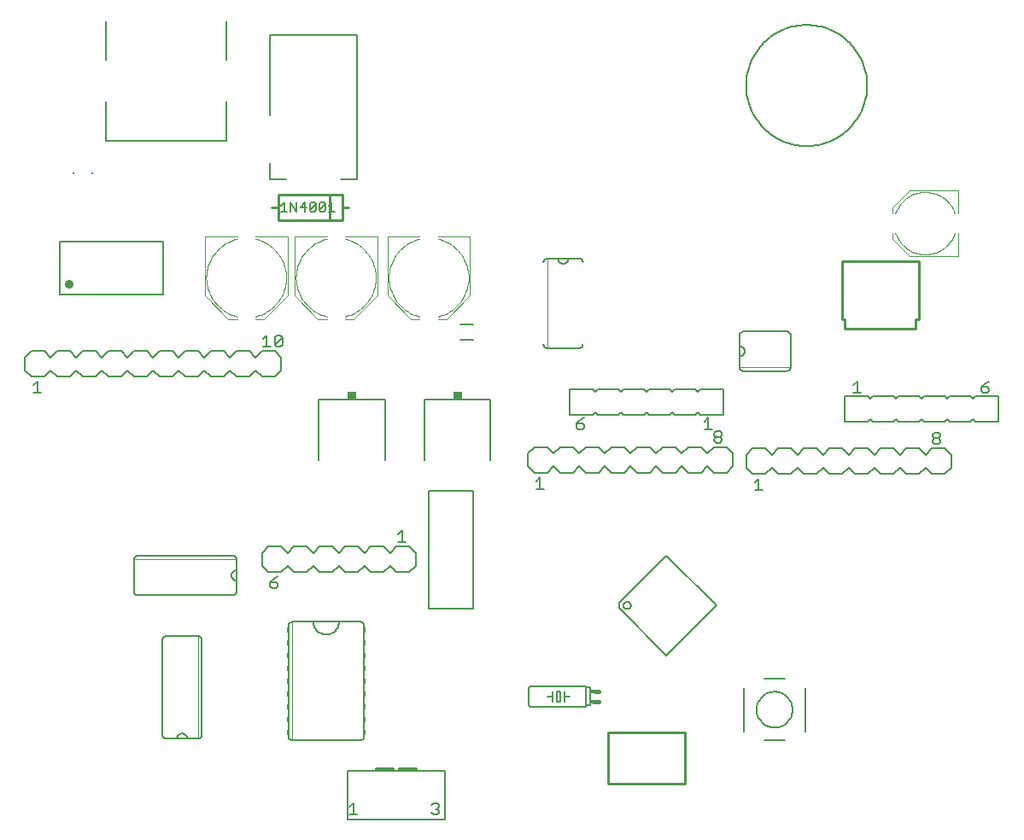
<source format=gto>
G75*
G70*
%OFA0B0*%
%FSLAX24Y24*%
%IPPOS*%
%LPD*%
%AMOC8*
5,1,8,0,0,1.08239X$1,22.5*
%
%ADD10C,0.0060*%
%ADD11C,0.0020*%
%ADD12R,0.0050X0.0200*%
%ADD13C,0.0050*%
%ADD14C,0.0100*%
%ADD15R,0.0230X0.0160*%
%ADD16C,0.0160*%
%ADD17C,0.0040*%
%ADD18C,0.0080*%
%ADD19R,0.0340X0.0300*%
%ADD20C,0.0348*%
%ADD21R,0.0079X0.0079*%
D10*
X008486Y007476D02*
X008486Y011176D01*
X008488Y011199D01*
X008493Y011222D01*
X008502Y011244D01*
X008515Y011264D01*
X008530Y011282D01*
X008548Y011297D01*
X008568Y011310D01*
X008590Y011319D01*
X008613Y011324D01*
X008636Y011326D01*
X009876Y011326D01*
X009899Y011324D01*
X009922Y011319D01*
X009944Y011310D01*
X009964Y011297D01*
X009982Y011282D01*
X009997Y011264D01*
X010010Y011244D01*
X010019Y011222D01*
X010024Y011199D01*
X010026Y011176D01*
X010026Y007476D01*
X010024Y007453D01*
X010019Y007430D01*
X010010Y007408D01*
X009997Y007388D01*
X009982Y007370D01*
X009964Y007355D01*
X009944Y007342D01*
X009922Y007333D01*
X009899Y007328D01*
X009876Y007326D01*
X009456Y007326D01*
X009056Y007326D01*
X008636Y007326D01*
X008613Y007328D01*
X008590Y007333D01*
X008568Y007342D01*
X008548Y007355D01*
X008530Y007370D01*
X008515Y007388D01*
X008502Y007408D01*
X008493Y007430D01*
X008488Y007453D01*
X008486Y007476D01*
X009056Y007326D02*
X009058Y007353D01*
X009063Y007380D01*
X009073Y007406D01*
X009085Y007430D01*
X009101Y007452D01*
X009119Y007472D01*
X009141Y007489D01*
X009164Y007504D01*
X009189Y007514D01*
X009215Y007522D01*
X009242Y007526D01*
X009270Y007526D01*
X009297Y007522D01*
X009323Y007514D01*
X009348Y007504D01*
X009371Y007489D01*
X009393Y007472D01*
X009411Y007452D01*
X009427Y007430D01*
X009439Y007406D01*
X009449Y007380D01*
X009454Y007353D01*
X009456Y007326D01*
X013411Y007416D02*
X013411Y011736D01*
X013413Y011759D01*
X013418Y011782D01*
X013427Y011804D01*
X013440Y011824D01*
X013455Y011842D01*
X013473Y011857D01*
X013493Y011870D01*
X013515Y011879D01*
X013538Y011884D01*
X013561Y011886D01*
X016201Y011886D01*
X016224Y011884D01*
X016247Y011879D01*
X016269Y011870D01*
X016289Y011857D01*
X016307Y011842D01*
X016322Y011824D01*
X016335Y011804D01*
X016344Y011782D01*
X016349Y011759D01*
X016351Y011736D01*
X016351Y007416D01*
X016349Y007393D01*
X016344Y007370D01*
X016335Y007348D01*
X016322Y007328D01*
X016307Y007310D01*
X016289Y007295D01*
X016269Y007282D01*
X016247Y007273D01*
X016224Y007268D01*
X016201Y007266D01*
X013561Y007266D01*
X013538Y007268D01*
X013515Y007273D01*
X013493Y007282D01*
X013473Y007295D01*
X013455Y007310D01*
X013440Y007328D01*
X013427Y007348D01*
X013418Y007370D01*
X013413Y007393D01*
X013411Y007416D01*
X015731Y006076D02*
X016831Y006076D01*
X017531Y006076D01*
X017531Y006126D01*
X017531Y006176D01*
X016831Y006176D01*
X016831Y006126D01*
X017531Y006126D01*
X017531Y006076D02*
X017731Y006076D01*
X017731Y006126D01*
X018431Y006126D01*
X018431Y006176D01*
X017731Y006176D01*
X017731Y006126D01*
X017731Y006076D02*
X018431Y006076D01*
X018431Y006126D01*
X018431Y006076D02*
X019531Y006076D01*
X019531Y004176D01*
X015731Y004176D01*
X015731Y006076D01*
X016831Y006076D02*
X016831Y006126D01*
X015381Y011886D02*
X015379Y011842D01*
X015373Y011799D01*
X015364Y011757D01*
X015351Y011715D01*
X015334Y011675D01*
X015314Y011636D01*
X015291Y011599D01*
X015264Y011565D01*
X015235Y011532D01*
X015202Y011503D01*
X015168Y011476D01*
X015131Y011453D01*
X015092Y011433D01*
X015052Y011416D01*
X015010Y011403D01*
X014968Y011394D01*
X014925Y011388D01*
X014881Y011386D01*
X014837Y011388D01*
X014794Y011394D01*
X014752Y011403D01*
X014710Y011416D01*
X014670Y011433D01*
X014631Y011453D01*
X014594Y011476D01*
X014560Y011503D01*
X014527Y011532D01*
X014498Y011565D01*
X014471Y011599D01*
X014448Y011636D01*
X014428Y011675D01*
X014411Y011715D01*
X014398Y011757D01*
X014389Y011799D01*
X014383Y011842D01*
X014381Y011886D01*
X014631Y013826D02*
X014381Y014076D01*
X014131Y013826D01*
X013631Y013826D01*
X013381Y014076D01*
X013131Y013826D01*
X012631Y013826D01*
X012381Y014076D01*
X012381Y014576D01*
X012631Y014826D01*
X013131Y014826D01*
X013381Y014576D01*
X013631Y014826D01*
X014131Y014826D01*
X014381Y014576D01*
X014631Y014826D01*
X015131Y014826D01*
X015381Y014576D01*
X015631Y014826D01*
X016131Y014826D01*
X016381Y014576D01*
X016631Y014826D01*
X017131Y014826D01*
X017381Y014576D01*
X017631Y014826D01*
X018131Y014826D01*
X018381Y014576D01*
X018381Y014076D01*
X018131Y013826D01*
X017631Y013826D01*
X017381Y014076D01*
X017131Y013826D01*
X016631Y013826D01*
X016381Y014076D01*
X016131Y013826D01*
X015631Y013826D01*
X015381Y014076D01*
X015131Y013826D01*
X014631Y013826D01*
X011381Y013901D02*
X011381Y013501D01*
X011381Y013081D01*
X011379Y013058D01*
X011374Y013035D01*
X011365Y013013D01*
X011352Y012993D01*
X011337Y012975D01*
X011319Y012960D01*
X011299Y012947D01*
X011277Y012938D01*
X011254Y012933D01*
X011231Y012931D01*
X007531Y012931D01*
X007508Y012933D01*
X007485Y012938D01*
X007463Y012947D01*
X007443Y012960D01*
X007425Y012975D01*
X007410Y012993D01*
X007397Y013013D01*
X007388Y013035D01*
X007383Y013058D01*
X007381Y013081D01*
X007381Y014321D01*
X007383Y014344D01*
X007388Y014367D01*
X007397Y014389D01*
X007410Y014409D01*
X007425Y014427D01*
X007443Y014442D01*
X007463Y014455D01*
X007485Y014464D01*
X007508Y014469D01*
X007531Y014471D01*
X011231Y014471D01*
X011254Y014469D01*
X011277Y014464D01*
X011299Y014455D01*
X011319Y014442D01*
X011337Y014427D01*
X011352Y014409D01*
X011365Y014389D01*
X011374Y014367D01*
X011379Y014344D01*
X011381Y014321D01*
X011381Y013901D01*
X011354Y013899D01*
X011327Y013894D01*
X011301Y013884D01*
X011277Y013872D01*
X011255Y013856D01*
X011235Y013838D01*
X011218Y013816D01*
X011203Y013793D01*
X011193Y013768D01*
X011185Y013742D01*
X011181Y013715D01*
X011181Y013687D01*
X011185Y013660D01*
X011193Y013634D01*
X011203Y013609D01*
X011218Y013586D01*
X011235Y013564D01*
X011255Y013546D01*
X011277Y013530D01*
X011301Y013518D01*
X011327Y013508D01*
X011354Y013503D01*
X011381Y013501D01*
X011381Y021451D02*
X011881Y021451D01*
X012131Y021701D01*
X012381Y021451D01*
X012881Y021451D01*
X013131Y021701D01*
X013131Y022201D01*
X012881Y022451D01*
X012381Y022451D01*
X012131Y022201D01*
X011881Y022451D01*
X011381Y022451D01*
X011131Y022201D01*
X010881Y022451D01*
X010381Y022451D01*
X010131Y022201D01*
X009881Y022451D01*
X009381Y022451D01*
X009131Y022201D01*
X008881Y022451D01*
X008381Y022451D01*
X008131Y022201D01*
X007881Y022451D01*
X007381Y022451D01*
X007131Y022201D01*
X006881Y022451D01*
X006381Y022451D01*
X006131Y022201D01*
X005881Y022451D01*
X005381Y022451D01*
X005131Y022201D01*
X004881Y022451D01*
X004381Y022451D01*
X004131Y022201D01*
X003881Y022451D01*
X003381Y022451D01*
X003131Y022201D01*
X003131Y021701D01*
X003381Y021451D01*
X003881Y021451D01*
X004131Y021701D01*
X004381Y021451D01*
X004881Y021451D01*
X005131Y021701D01*
X005381Y021451D01*
X005881Y021451D01*
X006131Y021701D01*
X006381Y021451D01*
X006881Y021451D01*
X007131Y021701D01*
X007381Y021451D01*
X007881Y021451D01*
X008131Y021701D01*
X008381Y021451D01*
X008881Y021451D01*
X009131Y021701D01*
X009381Y021451D01*
X009881Y021451D01*
X010131Y021701D01*
X010381Y021451D01*
X010881Y021451D01*
X011131Y021701D01*
X011381Y021451D01*
X022756Y018451D02*
X022756Y017951D01*
X023006Y017701D01*
X023506Y017701D01*
X023756Y017951D01*
X024006Y017701D01*
X024506Y017701D01*
X024756Y017951D01*
X025006Y017701D01*
X025506Y017701D01*
X025756Y017951D01*
X026006Y017701D01*
X026506Y017701D01*
X026756Y017951D01*
X027006Y017701D01*
X027506Y017701D01*
X027756Y017951D01*
X028006Y017701D01*
X028506Y017701D01*
X028756Y017951D01*
X029006Y017701D01*
X029506Y017701D01*
X029756Y017951D01*
X030006Y017701D01*
X030506Y017701D01*
X030756Y017951D01*
X030756Y018451D01*
X030506Y018701D01*
X030006Y018701D01*
X029756Y018451D01*
X029506Y018701D01*
X029006Y018701D01*
X028756Y018451D01*
X028506Y018701D01*
X028006Y018701D01*
X027756Y018451D01*
X027506Y018701D01*
X027006Y018701D01*
X026756Y018451D01*
X026506Y018701D01*
X026006Y018701D01*
X025756Y018451D01*
X025506Y018701D01*
X025006Y018701D01*
X024756Y018451D01*
X024506Y018701D01*
X024006Y018701D01*
X023756Y018451D01*
X023506Y018701D01*
X023006Y018701D01*
X022756Y018451D01*
X024381Y019976D02*
X025281Y019976D01*
X025381Y020076D01*
X025481Y019976D01*
X026281Y019976D01*
X026381Y020076D01*
X026481Y019976D01*
X027281Y019976D01*
X027381Y020076D01*
X027481Y019976D01*
X028281Y019976D01*
X028381Y020076D01*
X028481Y019976D01*
X029281Y019976D01*
X029381Y020076D01*
X029481Y019976D01*
X030381Y019976D01*
X030381Y020976D01*
X029481Y020976D01*
X029381Y020876D01*
X029281Y020976D01*
X028481Y020976D01*
X028381Y020876D01*
X028281Y020976D01*
X027481Y020976D01*
X027381Y020876D01*
X027281Y020976D01*
X026481Y020976D01*
X026381Y020876D01*
X026281Y020976D01*
X025481Y020976D01*
X025381Y020876D01*
X025281Y020976D01*
X024381Y020976D01*
X024381Y019976D01*
X024751Y022576D02*
X023511Y022576D01*
X023488Y022578D01*
X023465Y022583D01*
X023443Y022592D01*
X023423Y022605D01*
X023405Y022620D01*
X023390Y022638D01*
X023377Y022658D01*
X023368Y022680D01*
X023363Y022703D01*
X023361Y022726D01*
X024751Y022576D02*
X024774Y022578D01*
X024797Y022583D01*
X024819Y022592D01*
X024839Y022605D01*
X024857Y022620D01*
X024872Y022638D01*
X024885Y022658D01*
X024894Y022680D01*
X024899Y022703D01*
X024901Y022726D01*
X024901Y025926D02*
X024899Y025949D01*
X024894Y025972D01*
X024885Y025994D01*
X024872Y026014D01*
X024857Y026032D01*
X024839Y026047D01*
X024819Y026060D01*
X024797Y026069D01*
X024774Y026074D01*
X024751Y026076D01*
X024331Y026076D01*
X023931Y026076D01*
X023511Y026076D01*
X023488Y026074D01*
X023465Y026069D01*
X023443Y026060D01*
X023423Y026047D01*
X023405Y026032D01*
X023390Y026014D01*
X023377Y025994D01*
X023368Y025972D01*
X023363Y025949D01*
X023361Y025926D01*
X023931Y026076D02*
X023933Y026049D01*
X023938Y026022D01*
X023948Y025996D01*
X023960Y025972D01*
X023976Y025950D01*
X023994Y025930D01*
X024016Y025913D01*
X024039Y025898D01*
X024064Y025888D01*
X024090Y025880D01*
X024117Y025876D01*
X024145Y025876D01*
X024172Y025880D01*
X024198Y025888D01*
X024223Y025898D01*
X024246Y025913D01*
X024268Y025930D01*
X024286Y025950D01*
X024302Y025972D01*
X024314Y025996D01*
X024324Y026022D01*
X024329Y026049D01*
X024331Y026076D01*
X031006Y023071D02*
X031006Y022651D01*
X031006Y022251D01*
X031006Y021831D01*
X031008Y021808D01*
X031013Y021785D01*
X031022Y021763D01*
X031035Y021743D01*
X031050Y021725D01*
X031068Y021710D01*
X031088Y021697D01*
X031110Y021688D01*
X031133Y021683D01*
X031156Y021681D01*
X032856Y021681D01*
X032879Y021683D01*
X032902Y021688D01*
X032924Y021697D01*
X032944Y021710D01*
X032962Y021725D01*
X032977Y021743D01*
X032990Y021763D01*
X032999Y021785D01*
X033004Y021808D01*
X033006Y021831D01*
X033006Y023071D01*
X033004Y023094D01*
X032999Y023117D01*
X032990Y023139D01*
X032977Y023159D01*
X032962Y023177D01*
X032944Y023192D01*
X032924Y023205D01*
X032902Y023214D01*
X032879Y023219D01*
X032856Y023221D01*
X031156Y023221D01*
X031133Y023219D01*
X031110Y023214D01*
X031088Y023205D01*
X031068Y023192D01*
X031050Y023177D01*
X031035Y023159D01*
X031022Y023139D01*
X031013Y023117D01*
X031008Y023094D01*
X031006Y023071D01*
X031006Y022651D02*
X031033Y022649D01*
X031060Y022644D01*
X031086Y022634D01*
X031110Y022622D01*
X031132Y022606D01*
X031152Y022588D01*
X031169Y022566D01*
X031184Y022543D01*
X031194Y022518D01*
X031202Y022492D01*
X031206Y022465D01*
X031206Y022437D01*
X031202Y022410D01*
X031194Y022384D01*
X031184Y022359D01*
X031169Y022336D01*
X031152Y022314D01*
X031132Y022296D01*
X031110Y022280D01*
X031086Y022268D01*
X031060Y022258D01*
X031033Y022253D01*
X031006Y022251D01*
X031531Y018651D02*
X031281Y018401D01*
X031281Y017901D01*
X031531Y017651D01*
X032031Y017651D01*
X032281Y017901D01*
X032531Y017651D01*
X033031Y017651D01*
X033281Y017901D01*
X033531Y017651D01*
X034031Y017651D01*
X034281Y017901D01*
X034531Y017651D01*
X035031Y017651D01*
X035281Y017901D01*
X035531Y017651D01*
X036031Y017651D01*
X036281Y017901D01*
X036531Y017651D01*
X037031Y017651D01*
X037281Y017901D01*
X037531Y017651D01*
X038031Y017651D01*
X038281Y017901D01*
X038531Y017651D01*
X039031Y017651D01*
X039281Y017901D01*
X039281Y018401D01*
X039031Y018651D01*
X038531Y018651D01*
X038281Y018401D01*
X038031Y018651D01*
X037531Y018651D01*
X037281Y018401D01*
X037031Y018651D01*
X036531Y018651D01*
X036281Y018401D01*
X036031Y018651D01*
X035531Y018651D01*
X035281Y018401D01*
X035031Y018651D01*
X034531Y018651D01*
X034281Y018401D01*
X034031Y018651D01*
X033531Y018651D01*
X033281Y018401D01*
X033031Y018651D01*
X032531Y018651D01*
X032281Y018401D01*
X032031Y018651D01*
X031531Y018651D01*
X035131Y019701D02*
X036031Y019701D01*
X036131Y019801D01*
X036231Y019701D01*
X037031Y019701D01*
X037131Y019801D01*
X037231Y019701D01*
X038031Y019701D01*
X038131Y019801D01*
X038231Y019701D01*
X039031Y019701D01*
X039131Y019801D01*
X039231Y019701D01*
X040031Y019701D01*
X040131Y019801D01*
X040231Y019701D01*
X041131Y019701D01*
X041131Y020701D01*
X040231Y020701D01*
X040131Y020601D01*
X040031Y020701D01*
X039231Y020701D01*
X039131Y020601D01*
X039031Y020701D01*
X038231Y020701D01*
X038131Y020601D01*
X038031Y020701D01*
X037231Y020701D01*
X037131Y020601D01*
X037031Y020701D01*
X036231Y020701D01*
X036131Y020601D01*
X036031Y020701D01*
X035131Y020701D01*
X035131Y019701D01*
X028156Y014478D02*
X030107Y012526D01*
X028156Y010575D01*
X026303Y012427D01*
X026303Y012625D01*
X028156Y014478D01*
X026487Y012526D02*
X026489Y012549D01*
X026495Y012572D01*
X026504Y012593D01*
X026517Y012613D01*
X026533Y012630D01*
X026551Y012644D01*
X026571Y012655D01*
X026593Y012663D01*
X026616Y012667D01*
X026640Y012667D01*
X026663Y012663D01*
X026685Y012655D01*
X026705Y012644D01*
X026723Y012630D01*
X026739Y012613D01*
X026752Y012593D01*
X026761Y012572D01*
X026767Y012549D01*
X026769Y012526D01*
X026767Y012503D01*
X026761Y012480D01*
X026752Y012459D01*
X026739Y012439D01*
X026723Y012422D01*
X026705Y012408D01*
X026685Y012397D01*
X026663Y012389D01*
X026640Y012385D01*
X026616Y012385D01*
X026593Y012389D01*
X026571Y012397D01*
X026551Y012408D01*
X026533Y012422D01*
X026517Y012439D01*
X026504Y012459D01*
X026495Y012480D01*
X026489Y012503D01*
X026487Y012526D01*
X025031Y009376D02*
X025031Y009326D01*
X025031Y008626D01*
X025031Y008576D01*
X022881Y008576D01*
X022864Y008578D01*
X022847Y008582D01*
X022831Y008589D01*
X022817Y008599D01*
X022804Y008612D01*
X022794Y008626D01*
X022787Y008642D01*
X022783Y008659D01*
X022781Y008676D01*
X022781Y009276D01*
X022783Y009293D01*
X022787Y009310D01*
X022794Y009326D01*
X022804Y009340D01*
X022817Y009353D01*
X022831Y009363D01*
X022847Y009370D01*
X022864Y009374D01*
X022881Y009376D01*
X025031Y009376D01*
X025031Y009326D02*
X025181Y009326D01*
X025181Y008626D01*
X025031Y008626D01*
X024381Y008976D02*
X024181Y008976D01*
X024181Y009176D01*
X024031Y009176D02*
X023881Y009176D01*
X023881Y008776D01*
X024031Y008776D01*
X024031Y009176D01*
X024181Y008976D02*
X024181Y008776D01*
X023731Y008776D02*
X023731Y008976D01*
X023731Y009176D01*
X023731Y008976D02*
X023531Y008976D01*
D11*
X013551Y007276D02*
X013551Y011876D01*
X011381Y014331D02*
X007381Y014331D01*
X009886Y011326D02*
X009886Y007326D01*
X023501Y022576D02*
X023501Y026076D01*
X031006Y021821D02*
X033006Y021821D01*
D12*
X016376Y011576D03*
X016376Y011076D03*
X016376Y010576D03*
X016376Y010076D03*
X016376Y009576D03*
X016376Y009076D03*
X016376Y008576D03*
X016376Y008076D03*
X016376Y007576D03*
X013386Y007576D03*
X013386Y008076D03*
X013386Y008576D03*
X013386Y009076D03*
X013386Y009576D03*
X013386Y010076D03*
X013386Y010576D03*
X013386Y011076D03*
X013386Y011576D03*
D13*
X012920Y013201D02*
X012996Y013276D01*
X012996Y013351D01*
X012920Y013426D01*
X012695Y013426D01*
X012695Y013276D01*
X012770Y013201D01*
X012920Y013201D01*
X012695Y013426D02*
X012845Y013577D01*
X012996Y013652D01*
X017695Y015001D02*
X017996Y015001D01*
X017845Y015001D02*
X017845Y015452D01*
X017695Y015302D01*
X023081Y017076D02*
X023381Y017076D01*
X023231Y017076D02*
X023231Y017527D01*
X023081Y017377D01*
X024720Y019401D02*
X024645Y019476D01*
X024645Y019626D01*
X024870Y019626D01*
X024946Y019551D01*
X024946Y019476D01*
X024870Y019401D01*
X024720Y019401D01*
X024645Y019626D02*
X024795Y019777D01*
X024946Y019852D01*
X029645Y019702D02*
X029795Y019852D01*
X029795Y019401D01*
X029645Y019401D02*
X029946Y019401D01*
X030031Y019252D02*
X030031Y019177D01*
X030106Y019101D01*
X030256Y019101D01*
X030331Y019026D01*
X030331Y018951D01*
X030256Y018876D01*
X030106Y018876D01*
X030031Y018951D01*
X030031Y019026D01*
X030106Y019101D01*
X030256Y019101D02*
X030331Y019177D01*
X030331Y019252D01*
X030256Y019327D01*
X030106Y019327D01*
X030031Y019252D01*
X031756Y017477D02*
X031756Y017026D01*
X031606Y017026D02*
X031906Y017026D01*
X031606Y017327D02*
X031756Y017477D01*
X035456Y020826D02*
X035756Y020826D01*
X035606Y020826D02*
X035606Y021277D01*
X035456Y021127D01*
X038556Y019202D02*
X038556Y019127D01*
X038631Y019051D01*
X038781Y019051D01*
X038856Y018976D01*
X038856Y018901D01*
X038781Y018826D01*
X038631Y018826D01*
X038556Y018901D01*
X038556Y018976D01*
X038631Y019051D01*
X038781Y019051D02*
X038856Y019127D01*
X038856Y019202D01*
X038781Y019277D01*
X038631Y019277D01*
X038556Y019202D01*
X040456Y020901D02*
X040531Y020826D01*
X040681Y020826D01*
X040756Y020901D01*
X040756Y020976D01*
X040681Y021051D01*
X040456Y021051D01*
X040456Y020901D01*
X040456Y021051D02*
X040606Y021202D01*
X040756Y021277D01*
X031269Y032826D02*
X031272Y032942D01*
X031280Y033058D01*
X031295Y033173D01*
X031314Y033287D01*
X031340Y033400D01*
X031371Y033512D01*
X031407Y033622D01*
X031449Y033730D01*
X031496Y033836D01*
X031548Y033939D01*
X031605Y034040D01*
X031667Y034138D01*
X031734Y034233D01*
X031805Y034324D01*
X031881Y034412D01*
X031961Y034496D01*
X032045Y034576D01*
X032133Y034652D01*
X032224Y034723D01*
X032319Y034790D01*
X032417Y034852D01*
X032518Y034909D01*
X032621Y034961D01*
X032727Y035008D01*
X032835Y035050D01*
X032945Y035086D01*
X033057Y035117D01*
X033170Y035143D01*
X033284Y035162D01*
X033399Y035177D01*
X033515Y035185D01*
X033631Y035188D01*
X033747Y035185D01*
X033863Y035177D01*
X033978Y035162D01*
X034092Y035143D01*
X034205Y035117D01*
X034317Y035086D01*
X034427Y035050D01*
X034535Y035008D01*
X034641Y034961D01*
X034744Y034909D01*
X034845Y034852D01*
X034943Y034790D01*
X035038Y034723D01*
X035129Y034652D01*
X035217Y034576D01*
X035301Y034496D01*
X035381Y034412D01*
X035457Y034324D01*
X035528Y034233D01*
X035595Y034138D01*
X035657Y034040D01*
X035714Y033939D01*
X035766Y033836D01*
X035813Y033730D01*
X035855Y033622D01*
X035891Y033512D01*
X035922Y033400D01*
X035948Y033287D01*
X035967Y033173D01*
X035982Y033058D01*
X035990Y032942D01*
X035993Y032826D01*
X035990Y032710D01*
X035982Y032594D01*
X035967Y032479D01*
X035948Y032365D01*
X035922Y032252D01*
X035891Y032140D01*
X035855Y032030D01*
X035813Y031922D01*
X035766Y031816D01*
X035714Y031713D01*
X035657Y031612D01*
X035595Y031514D01*
X035528Y031419D01*
X035457Y031328D01*
X035381Y031240D01*
X035301Y031156D01*
X035217Y031076D01*
X035129Y031000D01*
X035038Y030929D01*
X034943Y030862D01*
X034845Y030800D01*
X034744Y030743D01*
X034641Y030691D01*
X034535Y030644D01*
X034427Y030602D01*
X034317Y030566D01*
X034205Y030535D01*
X034092Y030509D01*
X033978Y030490D01*
X033863Y030475D01*
X033747Y030467D01*
X033631Y030464D01*
X033515Y030467D01*
X033399Y030475D01*
X033284Y030490D01*
X033170Y030509D01*
X033057Y030535D01*
X032945Y030566D01*
X032835Y030602D01*
X032727Y030644D01*
X032621Y030691D01*
X032518Y030743D01*
X032417Y030800D01*
X032319Y030862D01*
X032224Y030929D01*
X032133Y031000D01*
X032045Y031076D01*
X031961Y031156D01*
X031881Y031240D01*
X031805Y031328D01*
X031734Y031419D01*
X031667Y031514D01*
X031605Y031612D01*
X031548Y031713D01*
X031496Y031816D01*
X031449Y031922D01*
X031407Y032030D01*
X031371Y032140D01*
X031340Y032252D01*
X031314Y032365D01*
X031295Y032479D01*
X031280Y032594D01*
X031272Y032710D01*
X031269Y032826D01*
X015206Y027901D02*
X014972Y027901D01*
X015089Y027901D02*
X015089Y028252D01*
X014972Y028135D01*
X014837Y028193D02*
X014604Y027960D01*
X014662Y027901D01*
X014779Y027901D01*
X014837Y027960D01*
X014837Y028193D01*
X014779Y028252D01*
X014662Y028252D01*
X014604Y028193D01*
X014604Y027960D01*
X014469Y027960D02*
X014411Y027901D01*
X014294Y027901D01*
X014236Y027960D01*
X014469Y028193D01*
X014469Y027960D01*
X014469Y028193D02*
X014411Y028252D01*
X014294Y028252D01*
X014236Y028193D01*
X014236Y027960D01*
X014101Y028076D02*
X013867Y028076D01*
X014042Y028252D01*
X014042Y027901D01*
X013732Y027901D02*
X013732Y028252D01*
X013499Y028252D02*
X013732Y027901D01*
X013499Y027901D02*
X013499Y028252D01*
X013247Y028252D02*
X013247Y027901D01*
X013131Y027901D02*
X013364Y027901D01*
X013131Y028135D02*
X013247Y028252D01*
X013091Y023077D02*
X012941Y023077D01*
X012866Y023002D01*
X012866Y022701D01*
X013166Y023002D01*
X013166Y022701D01*
X013091Y022626D01*
X012941Y022626D01*
X012866Y022701D01*
X012706Y022626D02*
X012406Y022626D01*
X012556Y022626D02*
X012556Y023077D01*
X012406Y022927D01*
X013091Y023077D02*
X013166Y023002D01*
X003756Y020826D02*
X003456Y020826D01*
X003606Y020826D02*
X003606Y021277D01*
X003456Y021127D01*
X015945Y004802D02*
X015945Y004351D01*
X015795Y004351D02*
X016096Y004351D01*
X015795Y004652D02*
X015945Y004802D01*
X018995Y004727D02*
X019070Y004802D01*
X019220Y004802D01*
X019296Y004727D01*
X019296Y004652D01*
X019220Y004576D01*
X019296Y004501D01*
X019296Y004426D01*
X019220Y004351D01*
X019070Y004351D01*
X018995Y004426D01*
X019145Y004576D02*
X019220Y004576D01*
D14*
X025881Y005576D02*
X025881Y007576D01*
X028881Y007576D01*
X028881Y005576D01*
X025881Y005576D01*
X035131Y023326D02*
X037881Y023326D01*
X037881Y023701D01*
X038006Y023701D01*
X038006Y025951D01*
X035006Y025951D01*
X035006Y023701D01*
X035131Y023701D01*
X035131Y023326D01*
X015756Y028076D02*
X015506Y028076D01*
X015506Y028576D01*
X015006Y028576D01*
X015006Y027576D01*
X015506Y027576D01*
X015506Y028076D01*
X015006Y027576D02*
X013006Y027576D01*
X013006Y028076D01*
X012756Y028076D01*
X013006Y028076D02*
X013006Y028576D01*
X015006Y028576D01*
D15*
X025316Y009176D03*
X025316Y008776D03*
D16*
X025331Y008776D02*
X025531Y008776D01*
X025531Y009176D02*
X025381Y009176D01*
D17*
X019589Y023712D02*
X019235Y023712D01*
X019589Y023712D02*
X020495Y024618D01*
X020495Y026941D01*
X019235Y026941D01*
X018526Y026941D02*
X017266Y026941D01*
X017266Y024618D01*
X018172Y023712D01*
X018526Y023712D01*
X018527Y023810D02*
X018450Y023830D01*
X018375Y023853D01*
X018301Y023881D01*
X018229Y023912D01*
X018158Y023947D01*
X018089Y023985D01*
X018023Y024027D01*
X017958Y024072D01*
X017896Y024120D01*
X017836Y024172D01*
X017779Y024226D01*
X017725Y024283D01*
X017673Y024343D01*
X017625Y024405D01*
X017580Y024470D01*
X017539Y024537D01*
X017501Y024606D01*
X017466Y024677D01*
X017435Y024749D01*
X017407Y024823D01*
X017384Y024898D01*
X017364Y024974D01*
X017348Y025052D01*
X017336Y025130D01*
X017328Y025208D01*
X017324Y025287D01*
X017324Y025365D01*
X017328Y025444D01*
X017336Y025522D01*
X017348Y025600D01*
X017364Y025678D01*
X017384Y025754D01*
X017407Y025829D01*
X017435Y025903D01*
X017466Y025975D01*
X017501Y026046D01*
X017539Y026115D01*
X017580Y026182D01*
X017625Y026247D01*
X017673Y026309D01*
X017725Y026369D01*
X017779Y026426D01*
X017836Y026480D01*
X017896Y026532D01*
X017958Y026580D01*
X018023Y026625D01*
X018089Y026667D01*
X018158Y026705D01*
X018229Y026740D01*
X018301Y026771D01*
X018375Y026799D01*
X018450Y026822D01*
X018527Y026842D01*
X019235Y026842D02*
X019312Y026822D01*
X019387Y026799D01*
X019461Y026771D01*
X019533Y026740D01*
X019604Y026705D01*
X019673Y026667D01*
X019739Y026625D01*
X019804Y026580D01*
X019866Y026532D01*
X019926Y026480D01*
X019983Y026426D01*
X020037Y026369D01*
X020089Y026309D01*
X020137Y026247D01*
X020182Y026182D01*
X020223Y026115D01*
X020261Y026046D01*
X020296Y025975D01*
X020327Y025903D01*
X020355Y025829D01*
X020378Y025754D01*
X020398Y025678D01*
X020414Y025600D01*
X020426Y025522D01*
X020434Y025444D01*
X020438Y025365D01*
X020438Y025287D01*
X020434Y025208D01*
X020426Y025130D01*
X020414Y025052D01*
X020398Y024974D01*
X020378Y024898D01*
X020355Y024823D01*
X020327Y024749D01*
X020296Y024677D01*
X020261Y024606D01*
X020223Y024537D01*
X020182Y024470D01*
X020137Y024405D01*
X020089Y024343D01*
X020037Y024283D01*
X019983Y024226D01*
X019926Y024172D01*
X019866Y024120D01*
X019804Y024072D01*
X019739Y024027D01*
X019673Y023985D01*
X019604Y023947D01*
X019533Y023912D01*
X019461Y023881D01*
X019387Y023853D01*
X019312Y023830D01*
X019235Y023810D01*
X016870Y024618D02*
X015964Y023712D01*
X015610Y023712D01*
X014901Y023712D02*
X014547Y023712D01*
X013641Y024618D01*
X013641Y026941D01*
X014901Y026941D01*
X015610Y026941D02*
X016870Y026941D01*
X016870Y024618D01*
X014902Y023810D02*
X014825Y023830D01*
X014750Y023853D01*
X014676Y023881D01*
X014604Y023912D01*
X014533Y023947D01*
X014464Y023985D01*
X014398Y024027D01*
X014333Y024072D01*
X014271Y024120D01*
X014211Y024172D01*
X014154Y024226D01*
X014100Y024283D01*
X014048Y024343D01*
X014000Y024405D01*
X013955Y024470D01*
X013914Y024537D01*
X013876Y024606D01*
X013841Y024677D01*
X013810Y024749D01*
X013782Y024823D01*
X013759Y024898D01*
X013739Y024974D01*
X013723Y025052D01*
X013711Y025130D01*
X013703Y025208D01*
X013699Y025287D01*
X013699Y025365D01*
X013703Y025444D01*
X013711Y025522D01*
X013723Y025600D01*
X013739Y025678D01*
X013759Y025754D01*
X013782Y025829D01*
X013810Y025903D01*
X013841Y025975D01*
X013876Y026046D01*
X013914Y026115D01*
X013955Y026182D01*
X014000Y026247D01*
X014048Y026309D01*
X014100Y026369D01*
X014154Y026426D01*
X014211Y026480D01*
X014271Y026532D01*
X014333Y026580D01*
X014398Y026625D01*
X014464Y026667D01*
X014533Y026705D01*
X014604Y026740D01*
X014676Y026771D01*
X014750Y026799D01*
X014825Y026822D01*
X014902Y026842D01*
X013370Y026941D02*
X013370Y024618D01*
X012464Y023712D01*
X012110Y023712D01*
X011401Y023712D02*
X011047Y023712D01*
X010141Y024618D01*
X010141Y026941D01*
X011401Y026941D01*
X012110Y026941D02*
X013370Y026941D01*
X011402Y026842D02*
X011325Y026822D01*
X011250Y026799D01*
X011176Y026771D01*
X011104Y026740D01*
X011033Y026705D01*
X010964Y026667D01*
X010898Y026625D01*
X010833Y026580D01*
X010771Y026532D01*
X010711Y026480D01*
X010654Y026426D01*
X010600Y026369D01*
X010548Y026309D01*
X010500Y026247D01*
X010455Y026182D01*
X010414Y026115D01*
X010376Y026046D01*
X010341Y025975D01*
X010310Y025903D01*
X010282Y025829D01*
X010259Y025754D01*
X010239Y025678D01*
X010223Y025600D01*
X010211Y025522D01*
X010203Y025444D01*
X010199Y025365D01*
X010199Y025287D01*
X010203Y025208D01*
X010211Y025130D01*
X010223Y025052D01*
X010239Y024974D01*
X010259Y024898D01*
X010282Y024823D01*
X010310Y024749D01*
X010341Y024677D01*
X010376Y024606D01*
X010414Y024537D01*
X010455Y024470D01*
X010500Y024405D01*
X010548Y024343D01*
X010600Y024283D01*
X010654Y024226D01*
X010711Y024172D01*
X010771Y024120D01*
X010833Y024072D01*
X010898Y024027D01*
X010964Y023985D01*
X011033Y023947D01*
X011104Y023912D01*
X011176Y023881D01*
X011250Y023853D01*
X011325Y023830D01*
X011402Y023810D01*
X012110Y023810D02*
X012187Y023830D01*
X012262Y023853D01*
X012336Y023881D01*
X012408Y023912D01*
X012479Y023947D01*
X012548Y023985D01*
X012614Y024027D01*
X012679Y024072D01*
X012741Y024120D01*
X012801Y024172D01*
X012858Y024226D01*
X012912Y024283D01*
X012964Y024343D01*
X013012Y024405D01*
X013057Y024470D01*
X013098Y024537D01*
X013136Y024606D01*
X013171Y024677D01*
X013202Y024749D01*
X013230Y024823D01*
X013253Y024898D01*
X013273Y024974D01*
X013289Y025052D01*
X013301Y025130D01*
X013309Y025208D01*
X013313Y025287D01*
X013313Y025365D01*
X013309Y025444D01*
X013301Y025522D01*
X013289Y025600D01*
X013273Y025678D01*
X013253Y025754D01*
X013230Y025829D01*
X013202Y025903D01*
X013171Y025975D01*
X013136Y026046D01*
X013098Y026115D01*
X013057Y026182D01*
X013012Y026247D01*
X012964Y026309D01*
X012912Y026369D01*
X012858Y026426D01*
X012801Y026480D01*
X012741Y026532D01*
X012679Y026580D01*
X012614Y026625D01*
X012548Y026667D01*
X012479Y026705D01*
X012408Y026740D01*
X012336Y026771D01*
X012262Y026799D01*
X012187Y026822D01*
X012110Y026842D01*
X015610Y026842D02*
X015687Y026822D01*
X015762Y026799D01*
X015836Y026771D01*
X015908Y026740D01*
X015979Y026705D01*
X016048Y026667D01*
X016114Y026625D01*
X016179Y026580D01*
X016241Y026532D01*
X016301Y026480D01*
X016358Y026426D01*
X016412Y026369D01*
X016464Y026309D01*
X016512Y026247D01*
X016557Y026182D01*
X016598Y026115D01*
X016636Y026046D01*
X016671Y025975D01*
X016702Y025903D01*
X016730Y025829D01*
X016753Y025754D01*
X016773Y025678D01*
X016789Y025600D01*
X016801Y025522D01*
X016809Y025444D01*
X016813Y025365D01*
X016813Y025287D01*
X016809Y025208D01*
X016801Y025130D01*
X016789Y025052D01*
X016773Y024974D01*
X016753Y024898D01*
X016730Y024823D01*
X016702Y024749D01*
X016671Y024677D01*
X016636Y024606D01*
X016598Y024537D01*
X016557Y024470D01*
X016512Y024405D01*
X016464Y024343D01*
X016412Y024283D01*
X016358Y024226D01*
X016301Y024172D01*
X016241Y024120D01*
X016179Y024072D01*
X016114Y024027D01*
X016048Y023985D01*
X015979Y023947D01*
X015908Y023912D01*
X015836Y023881D01*
X015762Y023853D01*
X015687Y023830D01*
X015610Y023810D01*
X036976Y026841D02*
X036976Y027077D01*
X036976Y026841D02*
X037645Y026172D01*
X039535Y026172D01*
X039535Y027077D01*
X039535Y027825D02*
X039535Y028731D01*
X037645Y028731D01*
X036976Y028062D01*
X036976Y027825D01*
X037095Y027825D02*
X037117Y027889D01*
X037144Y027952D01*
X037174Y028014D01*
X037207Y028073D01*
X037243Y028131D01*
X037283Y028187D01*
X037326Y028240D01*
X037371Y028291D01*
X037419Y028339D01*
X037470Y028384D01*
X037524Y028427D01*
X037580Y028466D01*
X037637Y028503D01*
X037697Y028536D01*
X037759Y028565D01*
X037822Y028591D01*
X037886Y028614D01*
X037952Y028633D01*
X038019Y028648D01*
X038086Y028659D01*
X038154Y028667D01*
X038222Y028671D01*
X038290Y028671D01*
X038358Y028667D01*
X038426Y028659D01*
X038493Y028648D01*
X038560Y028633D01*
X038626Y028614D01*
X038690Y028591D01*
X038753Y028565D01*
X038815Y028536D01*
X038875Y028503D01*
X038932Y028466D01*
X038988Y028427D01*
X039042Y028384D01*
X039093Y028339D01*
X039141Y028291D01*
X039186Y028240D01*
X039229Y028187D01*
X039269Y028131D01*
X039305Y028073D01*
X039338Y028014D01*
X039368Y027952D01*
X039395Y027889D01*
X039417Y027825D01*
X039417Y027077D02*
X039395Y027013D01*
X039368Y026950D01*
X039338Y026888D01*
X039305Y026829D01*
X039269Y026771D01*
X039229Y026715D01*
X039186Y026662D01*
X039141Y026611D01*
X039093Y026563D01*
X039042Y026518D01*
X038988Y026475D01*
X038932Y026436D01*
X038875Y026399D01*
X038815Y026366D01*
X038753Y026337D01*
X038690Y026311D01*
X038626Y026288D01*
X038560Y026269D01*
X038493Y026254D01*
X038426Y026243D01*
X038358Y026235D01*
X038290Y026231D01*
X038222Y026231D01*
X038154Y026235D01*
X038086Y026243D01*
X038019Y026254D01*
X037952Y026269D01*
X037886Y026288D01*
X037822Y026311D01*
X037759Y026337D01*
X037697Y026366D01*
X037637Y026399D01*
X037580Y026436D01*
X037524Y026475D01*
X037470Y026518D01*
X037419Y026563D01*
X037371Y026611D01*
X037326Y026662D01*
X037283Y026715D01*
X037243Y026771D01*
X037207Y026829D01*
X037174Y026888D01*
X037144Y026950D01*
X037117Y027013D01*
X037095Y027077D01*
D18*
X021296Y020551D02*
X021296Y018191D01*
X020612Y016991D02*
X018899Y016991D01*
X018899Y012412D01*
X020612Y012412D01*
X020612Y016991D01*
X018716Y018191D02*
X018716Y020551D01*
X021296Y020551D01*
X020631Y022901D02*
X020131Y022901D01*
X020131Y023501D02*
X020631Y023501D01*
X017171Y020551D02*
X017171Y018191D01*
X017171Y020551D02*
X014591Y020551D01*
X014591Y018191D01*
X008514Y024678D02*
X008514Y026725D01*
X004498Y026725D01*
X004498Y024678D01*
X008514Y024678D01*
X012688Y029166D02*
X012688Y029796D01*
X012688Y029166D02*
X013318Y029166D01*
X015444Y029166D02*
X016074Y029166D01*
X016074Y034796D01*
X012688Y034796D01*
X012688Y031666D01*
X010993Y032188D02*
X010993Y030652D01*
X006268Y030652D01*
X006268Y032188D01*
X006268Y033841D02*
X006268Y035337D01*
X010993Y035337D02*
X010993Y033841D01*
X031988Y009651D02*
X032781Y009651D01*
X033581Y009301D02*
X033581Y007601D01*
X032781Y007251D02*
X031976Y007251D01*
X031181Y007601D02*
X031181Y009301D01*
X031681Y008451D02*
X031683Y008503D01*
X031689Y008555D01*
X031699Y008607D01*
X031712Y008657D01*
X031729Y008707D01*
X031750Y008755D01*
X031775Y008801D01*
X031803Y008845D01*
X031834Y008887D01*
X031868Y008927D01*
X031905Y008964D01*
X031945Y008998D01*
X031987Y009029D01*
X032031Y009057D01*
X032077Y009082D01*
X032125Y009103D01*
X032175Y009120D01*
X032225Y009133D01*
X032277Y009143D01*
X032329Y009149D01*
X032381Y009151D01*
X032433Y009149D01*
X032485Y009143D01*
X032537Y009133D01*
X032587Y009120D01*
X032637Y009103D01*
X032685Y009082D01*
X032731Y009057D01*
X032775Y009029D01*
X032817Y008998D01*
X032857Y008964D01*
X032894Y008927D01*
X032928Y008887D01*
X032959Y008845D01*
X032987Y008801D01*
X033012Y008755D01*
X033033Y008707D01*
X033050Y008657D01*
X033063Y008607D01*
X033073Y008555D01*
X033079Y008503D01*
X033081Y008451D01*
X033079Y008399D01*
X033073Y008347D01*
X033063Y008295D01*
X033050Y008245D01*
X033033Y008195D01*
X033012Y008147D01*
X032987Y008101D01*
X032959Y008057D01*
X032928Y008015D01*
X032894Y007975D01*
X032857Y007938D01*
X032817Y007904D01*
X032775Y007873D01*
X032731Y007845D01*
X032685Y007820D01*
X032637Y007799D01*
X032587Y007782D01*
X032537Y007769D01*
X032485Y007759D01*
X032433Y007753D01*
X032381Y007751D01*
X032329Y007753D01*
X032277Y007759D01*
X032225Y007769D01*
X032175Y007782D01*
X032125Y007799D01*
X032077Y007820D01*
X032031Y007845D01*
X031987Y007873D01*
X031945Y007904D01*
X031905Y007938D01*
X031868Y007975D01*
X031834Y008015D01*
X031803Y008057D01*
X031775Y008101D01*
X031750Y008147D01*
X031729Y008195D01*
X031712Y008245D01*
X031699Y008295D01*
X031689Y008347D01*
X031683Y008399D01*
X031681Y008451D01*
D19*
X020006Y020741D03*
X015881Y020741D03*
D20*
X004852Y025062D03*
D21*
X005006Y029412D03*
X005756Y029412D03*
M02*

</source>
